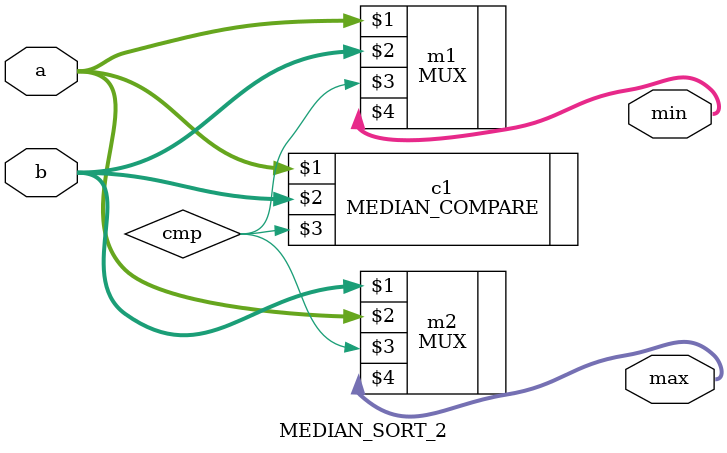
<source format=v>
module MEDIAN_SORT_2(
    a,
    b,
    min,
    max
);

input [7:0]a, b;

output [7:0]min, max;

wire cmp;

MEDIAN_COMPARE c1(a,b,cmp);
MUX m1(a,b,cmp,min);
MUX m2(b,a,cmp,max);

endmodule
</source>
